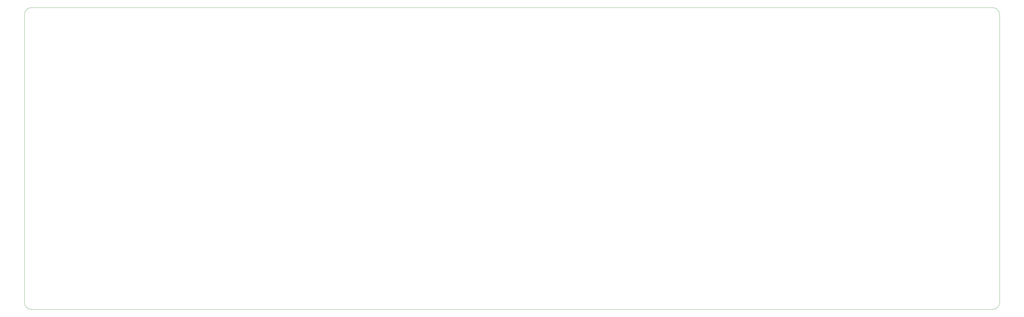
<source format=gbr>
%TF.GenerationSoftware,KiCad,Pcbnew,(5.1.9)-1*%
%TF.CreationDate,2021-07-17T19:30:38-07:00*%
%TF.ProjectId,unsplit-keyboard,756e7370-6c69-4742-9d6b-6579626f6172,rev?*%
%TF.SameCoordinates,Original*%
%TF.FileFunction,Profile,NP*%
%FSLAX46Y46*%
G04 Gerber Fmt 4.6, Leading zero omitted, Abs format (unit mm)*
G04 Created by KiCad (PCBNEW (5.1.9)-1) date 2021-07-17 19:30:38*
%MOMM*%
%LPD*%
G01*
G04 APERTURE LIST*
%TA.AperFunction,Profile*%
%ADD10C,0.050000*%
%TD*%
G04 APERTURE END LIST*
D10*
X351631250Y-115887500D02*
X351631250Y-15875000D01*
X15875000Y-118268750D02*
X349250000Y-118268750D01*
X13493750Y-15875000D02*
X13493750Y-115887500D01*
X349250000Y-13493750D02*
X15875000Y-13493750D01*
X15875000Y-118268750D02*
G75*
G02*
X13493750Y-115887500I0J2381250D01*
G01*
X349250000Y-13493750D02*
G75*
G02*
X351631250Y-15875000I0J-2381250D01*
G01*
X351631250Y-115887500D02*
G75*
G02*
X349250000Y-118268750I-2381250J0D01*
G01*
X13493750Y-15875000D02*
G75*
G02*
X15875000Y-13493750I2381250J0D01*
G01*
M02*

</source>
